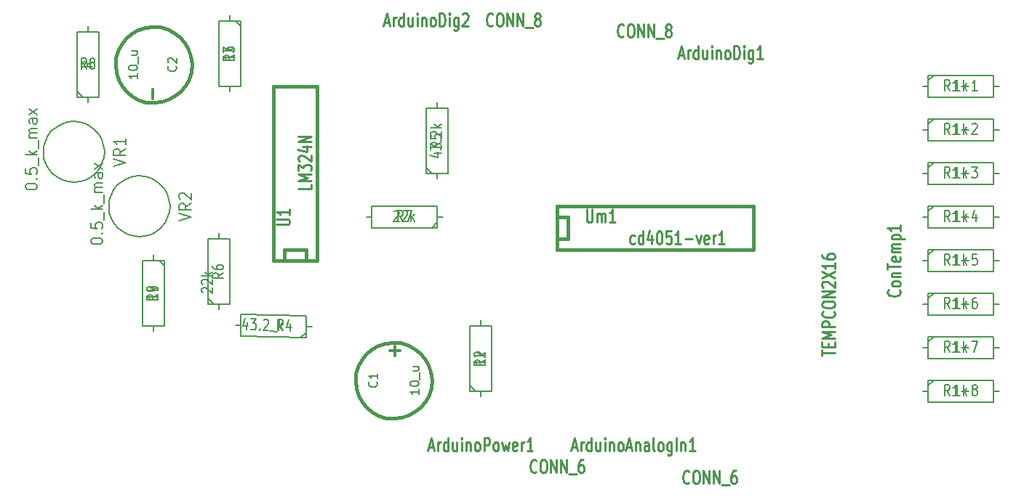
<source format=gto>
G04 (created by PCBNEW-RS274X (2012-apr-16-27)-stable) date tor 22 apr 2014 20:35:00 CEST*
G01*
G70*
G90*
%MOIN*%
G04 Gerber Fmt 3.4, Leading zero omitted, Abs format*
%FSLAX34Y34*%
G04 APERTURE LIST*
%ADD10C,0.006000*%
%ADD11C,0.008000*%
%ADD12C,0.005000*%
%ADD13C,0.015000*%
%ADD14C,0.011300*%
%ADD15C,0.012000*%
G04 APERTURE END LIST*
G54D10*
G54D11*
X62250Y-49000D02*
X62223Y-49271D01*
X62144Y-49533D01*
X62016Y-49774D01*
X61843Y-49986D01*
X61632Y-50160D01*
X61392Y-50290D01*
X61131Y-50371D01*
X60859Y-50399D01*
X60588Y-50375D01*
X60326Y-50298D01*
X60084Y-50171D01*
X59871Y-50000D01*
X59695Y-49790D01*
X59564Y-49551D01*
X59481Y-49291D01*
X59451Y-49019D01*
X59473Y-48748D01*
X59549Y-48485D01*
X59674Y-48242D01*
X59843Y-48028D01*
X60052Y-47851D01*
X60290Y-47718D01*
X60550Y-47633D01*
X60821Y-47601D01*
X61093Y-47622D01*
X61356Y-47695D01*
X61600Y-47818D01*
X61815Y-47987D01*
X61994Y-48193D01*
X62128Y-48431D01*
X62215Y-48690D01*
X62249Y-48961D01*
X62250Y-49000D01*
X59250Y-46500D02*
X59223Y-46771D01*
X59144Y-47033D01*
X59016Y-47274D01*
X58843Y-47486D01*
X58632Y-47660D01*
X58392Y-47790D01*
X58131Y-47871D01*
X57859Y-47899D01*
X57588Y-47875D01*
X57326Y-47798D01*
X57084Y-47671D01*
X56871Y-47500D01*
X56695Y-47290D01*
X56564Y-47051D01*
X56481Y-46791D01*
X56451Y-46519D01*
X56473Y-46248D01*
X56549Y-45985D01*
X56674Y-45742D01*
X56843Y-45528D01*
X57052Y-45351D01*
X57290Y-45218D01*
X57550Y-45133D01*
X57821Y-45101D01*
X58093Y-45122D01*
X58356Y-45195D01*
X58600Y-45318D01*
X58815Y-45487D01*
X58994Y-45693D01*
X59128Y-45931D01*
X59215Y-46190D01*
X59249Y-46461D01*
X59250Y-46500D01*
G54D12*
X97000Y-55250D02*
X97000Y-56000D01*
X97000Y-56000D02*
X100000Y-56000D01*
X100000Y-56000D02*
X100000Y-55000D01*
X100000Y-55000D02*
X97000Y-55000D01*
X97000Y-55000D02*
X97000Y-55250D01*
X96750Y-55500D02*
X97000Y-55500D01*
X100000Y-55500D02*
X100250Y-55500D01*
X97000Y-55250D02*
X97250Y-55000D01*
X61750Y-51500D02*
X61000Y-51500D01*
X61000Y-51500D02*
X61000Y-54500D01*
X61000Y-54500D02*
X62000Y-54500D01*
X62000Y-54500D02*
X62000Y-51500D01*
X62000Y-51500D02*
X61750Y-51500D01*
X61500Y-51250D02*
X61500Y-51500D01*
X61500Y-54500D02*
X61500Y-54750D01*
X61750Y-51500D02*
X62000Y-51750D01*
X58250Y-44000D02*
X59000Y-44000D01*
X59000Y-44000D02*
X59000Y-41000D01*
X59000Y-41000D02*
X58000Y-41000D01*
X58000Y-41000D02*
X58000Y-44000D01*
X58000Y-44000D02*
X58250Y-44000D01*
X58500Y-44250D02*
X58500Y-44000D01*
X58500Y-41000D02*
X58500Y-40750D01*
X58250Y-44000D02*
X58000Y-43750D01*
X74500Y-49750D02*
X74500Y-49000D01*
X74500Y-49000D02*
X71500Y-49000D01*
X71500Y-49000D02*
X71500Y-50000D01*
X71500Y-50000D02*
X74500Y-50000D01*
X74500Y-50000D02*
X74500Y-49750D01*
X74750Y-49500D02*
X74500Y-49500D01*
X71500Y-49500D02*
X71250Y-49500D01*
X74500Y-49750D02*
X74250Y-50000D01*
X64250Y-53500D02*
X65000Y-53500D01*
X65000Y-53500D02*
X65000Y-50500D01*
X65000Y-50500D02*
X64000Y-50500D01*
X64000Y-50500D02*
X64000Y-53500D01*
X64000Y-53500D02*
X64250Y-53500D01*
X64500Y-53750D02*
X64500Y-53500D01*
X64500Y-50500D02*
X64500Y-50250D01*
X64250Y-53500D02*
X64000Y-53250D01*
X74250Y-47500D02*
X75000Y-47500D01*
X75000Y-47500D02*
X75000Y-44500D01*
X75000Y-44500D02*
X74000Y-44500D01*
X74000Y-44500D02*
X74000Y-47500D01*
X74000Y-47500D02*
X74250Y-47500D01*
X74500Y-47750D02*
X74500Y-47500D01*
X74500Y-44500D02*
X74500Y-44250D01*
X74250Y-47500D02*
X74000Y-47250D01*
X68493Y-54789D02*
X68513Y-54039D01*
X68513Y-54039D02*
X65514Y-53961D01*
X65514Y-53961D02*
X65487Y-54961D01*
X65487Y-54961D02*
X68486Y-55039D01*
X68486Y-55039D02*
X68493Y-54789D01*
X68749Y-54546D02*
X68499Y-54539D01*
X65501Y-54461D02*
X65251Y-54454D01*
X68493Y-54789D02*
X68236Y-55033D01*
X65250Y-40500D02*
X64500Y-40500D01*
X64500Y-40500D02*
X64500Y-43500D01*
X64500Y-43500D02*
X65500Y-43500D01*
X65500Y-43500D02*
X65500Y-40500D01*
X65500Y-40500D02*
X65250Y-40500D01*
X65000Y-40250D02*
X65000Y-40500D01*
X65000Y-43500D02*
X65000Y-43750D01*
X65250Y-40500D02*
X65500Y-40750D01*
X76250Y-57500D02*
X77000Y-57500D01*
X77000Y-57500D02*
X77000Y-54500D01*
X77000Y-54500D02*
X76000Y-54500D01*
X76000Y-54500D02*
X76000Y-57500D01*
X76000Y-57500D02*
X76250Y-57500D01*
X76500Y-57750D02*
X76500Y-57500D01*
X76500Y-54500D02*
X76500Y-54250D01*
X76250Y-57500D02*
X76000Y-57250D01*
X97000Y-57250D02*
X97000Y-58000D01*
X97000Y-58000D02*
X100000Y-58000D01*
X100000Y-58000D02*
X100000Y-57000D01*
X100000Y-57000D02*
X97000Y-57000D01*
X97000Y-57000D02*
X97000Y-57250D01*
X96750Y-57500D02*
X97000Y-57500D01*
X100000Y-57500D02*
X100250Y-57500D01*
X97000Y-57250D02*
X97250Y-57000D01*
X97000Y-53250D02*
X97000Y-54000D01*
X97000Y-54000D02*
X100000Y-54000D01*
X100000Y-54000D02*
X100000Y-53000D01*
X100000Y-53000D02*
X97000Y-53000D01*
X97000Y-53000D02*
X97000Y-53250D01*
X96750Y-53500D02*
X97000Y-53500D01*
X100000Y-53500D02*
X100250Y-53500D01*
X97000Y-53250D02*
X97250Y-53000D01*
X97000Y-51250D02*
X97000Y-52000D01*
X97000Y-52000D02*
X100000Y-52000D01*
X100000Y-52000D02*
X100000Y-51000D01*
X100000Y-51000D02*
X97000Y-51000D01*
X97000Y-51000D02*
X97000Y-51250D01*
X96750Y-51500D02*
X97000Y-51500D01*
X100000Y-51500D02*
X100250Y-51500D01*
X97000Y-51250D02*
X97250Y-51000D01*
X97000Y-49250D02*
X97000Y-50000D01*
X97000Y-50000D02*
X100000Y-50000D01*
X100000Y-50000D02*
X100000Y-49000D01*
X100000Y-49000D02*
X97000Y-49000D01*
X97000Y-49000D02*
X97000Y-49250D01*
X96750Y-49500D02*
X97000Y-49500D01*
X100000Y-49500D02*
X100250Y-49500D01*
X97000Y-49250D02*
X97250Y-49000D01*
X97000Y-47250D02*
X97000Y-48000D01*
X97000Y-48000D02*
X100000Y-48000D01*
X100000Y-48000D02*
X100000Y-47000D01*
X100000Y-47000D02*
X97000Y-47000D01*
X97000Y-47000D02*
X97000Y-47250D01*
X96750Y-47500D02*
X97000Y-47500D01*
X100000Y-47500D02*
X100250Y-47500D01*
X97000Y-47250D02*
X97250Y-47000D01*
X97000Y-45250D02*
X97000Y-46000D01*
X97000Y-46000D02*
X100000Y-46000D01*
X100000Y-46000D02*
X100000Y-45000D01*
X100000Y-45000D02*
X97000Y-45000D01*
X97000Y-45000D02*
X97000Y-45250D01*
X96750Y-45500D02*
X97000Y-45500D01*
X100000Y-45500D02*
X100250Y-45500D01*
X97000Y-45250D02*
X97250Y-45000D01*
X97000Y-43250D02*
X97000Y-44000D01*
X97000Y-44000D02*
X100000Y-44000D01*
X100000Y-44000D02*
X100000Y-43000D01*
X100000Y-43000D02*
X97000Y-43000D01*
X97000Y-43000D02*
X97000Y-43250D01*
X96750Y-43500D02*
X97000Y-43500D01*
X100000Y-43500D02*
X100250Y-43500D01*
X97000Y-43250D02*
X97250Y-43000D01*
G54D13*
X80000Y-49500D02*
X80000Y-49500D01*
X80000Y-49500D02*
X80500Y-49500D01*
X80500Y-49500D02*
X80500Y-50500D01*
X80500Y-50500D02*
X80000Y-50500D01*
X80000Y-49000D02*
X89000Y-49000D01*
X89000Y-49000D02*
X89000Y-51000D01*
X89000Y-51000D02*
X80000Y-51000D01*
X80000Y-51000D02*
X80000Y-49000D01*
X67000Y-51500D02*
X67000Y-43500D01*
X69000Y-43500D02*
X69000Y-51500D01*
X69000Y-51500D02*
X67000Y-51500D01*
X67500Y-51500D02*
X67500Y-51000D01*
X67500Y-51000D02*
X68500Y-51000D01*
X68500Y-51000D02*
X68500Y-51500D01*
X67000Y-43500D02*
X69000Y-43500D01*
X63250Y-42500D02*
X63216Y-42839D01*
X63117Y-43166D01*
X62957Y-43468D01*
X62741Y-43733D01*
X62478Y-43950D01*
X62178Y-44113D01*
X61851Y-44214D01*
X61512Y-44249D01*
X61173Y-44219D01*
X60845Y-44122D01*
X60542Y-43964D01*
X60276Y-43750D01*
X60057Y-43488D01*
X59892Y-43189D01*
X59789Y-42863D01*
X59751Y-42524D01*
X59779Y-42185D01*
X59873Y-41856D01*
X60030Y-41553D01*
X60242Y-41285D01*
X60502Y-41063D01*
X60800Y-40897D01*
X61125Y-40791D01*
X61464Y-40751D01*
X61803Y-40777D01*
X62132Y-40869D01*
X62437Y-41023D01*
X62706Y-41233D01*
X62930Y-41492D01*
X63098Y-41789D01*
X63206Y-42113D01*
X63249Y-42452D01*
X63250Y-42500D01*
X74250Y-57000D02*
X74216Y-57339D01*
X74117Y-57666D01*
X73957Y-57968D01*
X73741Y-58233D01*
X73478Y-58450D01*
X73178Y-58613D01*
X72851Y-58714D01*
X72512Y-58749D01*
X72173Y-58719D01*
X71845Y-58622D01*
X71542Y-58464D01*
X71276Y-58250D01*
X71057Y-57988D01*
X70892Y-57689D01*
X70789Y-57363D01*
X70751Y-57024D01*
X70779Y-56685D01*
X70873Y-56356D01*
X71030Y-56053D01*
X71242Y-55785D01*
X71502Y-55563D01*
X71800Y-55397D01*
X72125Y-55291D01*
X72464Y-55251D01*
X72803Y-55277D01*
X73132Y-55369D01*
X73437Y-55523D01*
X73706Y-55733D01*
X73930Y-55992D01*
X74098Y-56289D01*
X74206Y-56613D01*
X74249Y-56952D01*
X74250Y-57000D01*
G54D11*
X62673Y-49654D02*
X63223Y-49488D01*
X62673Y-49321D01*
X63223Y-48868D02*
X62961Y-49035D01*
X63223Y-49154D02*
X62673Y-49154D01*
X62673Y-48963D01*
X62699Y-48916D01*
X62725Y-48892D01*
X62777Y-48868D01*
X62856Y-48868D01*
X62908Y-48892D01*
X62935Y-48916D01*
X62961Y-48963D01*
X62961Y-49154D01*
X62725Y-48678D02*
X62699Y-48654D01*
X62673Y-48606D01*
X62673Y-48487D01*
X62699Y-48440D01*
X62725Y-48416D01*
X62777Y-48392D01*
X62830Y-48392D01*
X62908Y-48416D01*
X63223Y-48702D01*
X63223Y-48392D01*
X58623Y-50626D02*
X58623Y-50578D01*
X58649Y-50530D01*
X58675Y-50507D01*
X58727Y-50483D01*
X58832Y-50459D01*
X58963Y-50459D01*
X59068Y-50483D01*
X59120Y-50507D01*
X59146Y-50530D01*
X59173Y-50578D01*
X59173Y-50626D01*
X59146Y-50673D01*
X59120Y-50697D01*
X59068Y-50721D01*
X58963Y-50745D01*
X58832Y-50745D01*
X58727Y-50721D01*
X58675Y-50697D01*
X58649Y-50673D01*
X58623Y-50626D01*
X59120Y-50245D02*
X59146Y-50221D01*
X59173Y-50245D01*
X59146Y-50269D01*
X59120Y-50245D01*
X59173Y-50245D01*
X58623Y-49769D02*
X58623Y-50007D01*
X58885Y-50031D01*
X58858Y-50007D01*
X58832Y-49959D01*
X58832Y-49840D01*
X58858Y-49793D01*
X58885Y-49769D01*
X58937Y-49745D01*
X59068Y-49745D01*
X59120Y-49769D01*
X59146Y-49793D01*
X59173Y-49840D01*
X59173Y-49959D01*
X59146Y-50007D01*
X59120Y-50031D01*
X59225Y-49650D02*
X59225Y-49269D01*
X59173Y-49150D02*
X58623Y-49150D01*
X58963Y-49102D02*
X59173Y-48959D01*
X58806Y-48959D02*
X59015Y-49150D01*
X59225Y-48864D02*
X59225Y-48483D01*
X59173Y-48364D02*
X58806Y-48364D01*
X58858Y-48364D02*
X58832Y-48340D01*
X58806Y-48293D01*
X58806Y-48221D01*
X58832Y-48173D01*
X58885Y-48150D01*
X59173Y-48150D01*
X58885Y-48150D02*
X58832Y-48126D01*
X58806Y-48078D01*
X58806Y-48007D01*
X58832Y-47959D01*
X58885Y-47935D01*
X59173Y-47935D01*
X59173Y-47483D02*
X58885Y-47483D01*
X58832Y-47506D01*
X58806Y-47554D01*
X58806Y-47649D01*
X58832Y-47697D01*
X59146Y-47483D02*
X59173Y-47530D01*
X59173Y-47649D01*
X59146Y-47697D01*
X59094Y-47721D01*
X59042Y-47721D01*
X58989Y-47697D01*
X58963Y-47649D01*
X58963Y-47530D01*
X58937Y-47483D01*
X59173Y-47293D02*
X58806Y-47031D01*
X58806Y-47293D02*
X59173Y-47031D01*
X59673Y-47154D02*
X60223Y-46988D01*
X59673Y-46821D01*
X60223Y-46368D02*
X59961Y-46535D01*
X60223Y-46654D02*
X59673Y-46654D01*
X59673Y-46463D01*
X59699Y-46416D01*
X59725Y-46392D01*
X59777Y-46368D01*
X59856Y-46368D01*
X59908Y-46392D01*
X59935Y-46416D01*
X59961Y-46463D01*
X59961Y-46654D01*
X60223Y-45892D02*
X60223Y-46178D01*
X60223Y-46035D02*
X59673Y-46035D01*
X59751Y-46083D01*
X59804Y-46130D01*
X59830Y-46178D01*
X55623Y-48126D02*
X55623Y-48078D01*
X55649Y-48030D01*
X55675Y-48007D01*
X55727Y-47983D01*
X55832Y-47959D01*
X55963Y-47959D01*
X56068Y-47983D01*
X56120Y-48007D01*
X56146Y-48030D01*
X56173Y-48078D01*
X56173Y-48126D01*
X56146Y-48173D01*
X56120Y-48197D01*
X56068Y-48221D01*
X55963Y-48245D01*
X55832Y-48245D01*
X55727Y-48221D01*
X55675Y-48197D01*
X55649Y-48173D01*
X55623Y-48126D01*
X56120Y-47745D02*
X56146Y-47721D01*
X56173Y-47745D01*
X56146Y-47769D01*
X56120Y-47745D01*
X56173Y-47745D01*
X55623Y-47269D02*
X55623Y-47507D01*
X55885Y-47531D01*
X55858Y-47507D01*
X55832Y-47459D01*
X55832Y-47340D01*
X55858Y-47293D01*
X55885Y-47269D01*
X55937Y-47245D01*
X56068Y-47245D01*
X56120Y-47269D01*
X56146Y-47293D01*
X56173Y-47340D01*
X56173Y-47459D01*
X56146Y-47507D01*
X56120Y-47531D01*
X56225Y-47150D02*
X56225Y-46769D01*
X56173Y-46650D02*
X55623Y-46650D01*
X55963Y-46602D02*
X56173Y-46459D01*
X55806Y-46459D02*
X56015Y-46650D01*
X56225Y-46364D02*
X56225Y-45983D01*
X56173Y-45864D02*
X55806Y-45864D01*
X55858Y-45864D02*
X55832Y-45840D01*
X55806Y-45793D01*
X55806Y-45721D01*
X55832Y-45673D01*
X55885Y-45650D01*
X56173Y-45650D01*
X55885Y-45650D02*
X55832Y-45626D01*
X55806Y-45578D01*
X55806Y-45507D01*
X55832Y-45459D01*
X55885Y-45435D01*
X56173Y-45435D01*
X56173Y-44983D02*
X55885Y-44983D01*
X55832Y-45006D01*
X55806Y-45054D01*
X55806Y-45149D01*
X55832Y-45197D01*
X56146Y-44983D02*
X56173Y-45030D01*
X56173Y-45149D01*
X56146Y-45197D01*
X56094Y-45221D01*
X56042Y-45221D01*
X55989Y-45197D01*
X55963Y-45149D01*
X55963Y-45030D01*
X55937Y-44983D01*
X56173Y-44793D02*
X55806Y-44531D01*
X55806Y-44793D02*
X56173Y-44531D01*
G54D10*
X97996Y-55702D02*
X97862Y-55464D01*
X97767Y-55702D02*
X97767Y-55202D01*
X97920Y-55202D01*
X97958Y-55226D01*
X97977Y-55250D01*
X97996Y-55298D01*
X97996Y-55369D01*
X97977Y-55417D01*
X97958Y-55440D01*
X97920Y-55464D01*
X97767Y-55464D01*
X98377Y-55702D02*
X98148Y-55702D01*
X98262Y-55702D02*
X98262Y-55202D01*
X98224Y-55274D01*
X98186Y-55321D01*
X98148Y-55345D01*
X98548Y-55512D02*
X98853Y-55512D01*
X99005Y-55202D02*
X99272Y-55202D01*
X99100Y-55702D01*
X98453Y-55702D02*
X98224Y-55702D01*
X98338Y-55702D02*
X98338Y-55202D01*
X98300Y-55274D01*
X98262Y-55321D01*
X98224Y-55345D01*
X98624Y-55702D02*
X98624Y-55202D01*
X98662Y-55512D02*
X98777Y-55702D01*
X98777Y-55369D02*
X98624Y-55560D01*
X61702Y-53066D02*
X61464Y-53200D01*
X61702Y-53295D02*
X61202Y-53295D01*
X61202Y-53142D01*
X61226Y-53104D01*
X61250Y-53085D01*
X61298Y-53066D01*
X61369Y-53066D01*
X61417Y-53085D01*
X61440Y-53104D01*
X61464Y-53142D01*
X61464Y-53295D01*
X61702Y-52876D02*
X61702Y-52800D01*
X61679Y-52761D01*
X61655Y-52742D01*
X61583Y-52704D01*
X61488Y-52685D01*
X61298Y-52685D01*
X61250Y-52704D01*
X61226Y-52723D01*
X61202Y-52761D01*
X61202Y-52838D01*
X61226Y-52876D01*
X61250Y-52895D01*
X61298Y-52914D01*
X61417Y-52914D01*
X61464Y-52895D01*
X61488Y-52876D01*
X61512Y-52838D01*
X61512Y-52761D01*
X61488Y-52723D01*
X61464Y-52704D01*
X61417Y-52685D01*
X61702Y-53047D02*
X61702Y-53276D01*
X61702Y-53162D02*
X61202Y-53162D01*
X61274Y-53200D01*
X61321Y-53238D01*
X61345Y-53276D01*
X61702Y-52876D02*
X61202Y-52876D01*
X61512Y-52838D02*
X61702Y-52723D01*
X61369Y-52723D02*
X61560Y-52876D01*
X58434Y-42702D02*
X58300Y-42464D01*
X58205Y-42702D02*
X58205Y-42202D01*
X58358Y-42202D01*
X58396Y-42226D01*
X58415Y-42250D01*
X58434Y-42298D01*
X58434Y-42369D01*
X58415Y-42417D01*
X58396Y-42440D01*
X58358Y-42464D01*
X58205Y-42464D01*
X58662Y-42417D02*
X58624Y-42393D01*
X58605Y-42369D01*
X58586Y-42321D01*
X58586Y-42298D01*
X58605Y-42250D01*
X58624Y-42226D01*
X58662Y-42202D01*
X58739Y-42202D01*
X58777Y-42226D01*
X58796Y-42250D01*
X58815Y-42298D01*
X58815Y-42321D01*
X58796Y-42369D01*
X58777Y-42393D01*
X58739Y-42417D01*
X58662Y-42417D01*
X58624Y-42440D01*
X58605Y-42464D01*
X58586Y-42512D01*
X58586Y-42607D01*
X58605Y-42655D01*
X58624Y-42679D01*
X58662Y-42702D01*
X58739Y-42702D01*
X58777Y-42679D01*
X58796Y-42655D01*
X58815Y-42607D01*
X58815Y-42512D01*
X58796Y-42464D01*
X58777Y-42440D01*
X58739Y-42417D01*
X58702Y-42376D02*
X58464Y-42510D01*
X58702Y-42605D02*
X58202Y-42605D01*
X58202Y-42452D01*
X58226Y-42414D01*
X58250Y-42395D01*
X58298Y-42376D01*
X58369Y-42376D01*
X58417Y-42395D01*
X58440Y-42414D01*
X58464Y-42452D01*
X58464Y-42605D01*
X72934Y-49702D02*
X72800Y-49464D01*
X72705Y-49702D02*
X72705Y-49202D01*
X72858Y-49202D01*
X72896Y-49226D01*
X72915Y-49250D01*
X72934Y-49298D01*
X72934Y-49369D01*
X72915Y-49417D01*
X72896Y-49440D01*
X72858Y-49464D01*
X72705Y-49464D01*
X73067Y-49202D02*
X73334Y-49202D01*
X73162Y-49702D01*
X72533Y-49250D02*
X72552Y-49226D01*
X72590Y-49202D01*
X72686Y-49202D01*
X72724Y-49226D01*
X72743Y-49250D01*
X72762Y-49298D01*
X72762Y-49345D01*
X72743Y-49417D01*
X72514Y-49702D01*
X72762Y-49702D01*
X72914Y-49250D02*
X72933Y-49226D01*
X72971Y-49202D01*
X73067Y-49202D01*
X73105Y-49226D01*
X73124Y-49250D01*
X73143Y-49298D01*
X73143Y-49345D01*
X73124Y-49417D01*
X72895Y-49702D01*
X73143Y-49702D01*
X73314Y-49702D02*
X73314Y-49202D01*
X73352Y-49512D02*
X73467Y-49702D01*
X73467Y-49369D02*
X73314Y-49560D01*
X64702Y-52066D02*
X64464Y-52200D01*
X64702Y-52295D02*
X64202Y-52295D01*
X64202Y-52142D01*
X64226Y-52104D01*
X64250Y-52085D01*
X64298Y-52066D01*
X64369Y-52066D01*
X64417Y-52085D01*
X64440Y-52104D01*
X64464Y-52142D01*
X64464Y-52295D01*
X64202Y-51723D02*
X64202Y-51800D01*
X64226Y-51838D01*
X64250Y-51857D01*
X64321Y-51895D01*
X64417Y-51914D01*
X64607Y-51914D01*
X64655Y-51895D01*
X64679Y-51876D01*
X64702Y-51838D01*
X64702Y-51761D01*
X64679Y-51723D01*
X64655Y-51704D01*
X64607Y-51685D01*
X64488Y-51685D01*
X64440Y-51704D01*
X64417Y-51723D01*
X64393Y-51761D01*
X64393Y-51838D01*
X64417Y-51876D01*
X64440Y-51895D01*
X64488Y-51914D01*
X63750Y-52967D02*
X63726Y-52948D01*
X63702Y-52910D01*
X63702Y-52814D01*
X63726Y-52776D01*
X63750Y-52757D01*
X63798Y-52738D01*
X63845Y-52738D01*
X63917Y-52757D01*
X64202Y-52986D01*
X64202Y-52738D01*
X63750Y-52586D02*
X63726Y-52567D01*
X63702Y-52529D01*
X63702Y-52433D01*
X63726Y-52395D01*
X63750Y-52376D01*
X63798Y-52357D01*
X63845Y-52357D01*
X63917Y-52376D01*
X64202Y-52605D01*
X64202Y-52357D01*
X64202Y-52186D02*
X63702Y-52186D01*
X64012Y-52148D02*
X64202Y-52033D01*
X63869Y-52033D02*
X64060Y-52186D01*
X74702Y-46066D02*
X74464Y-46200D01*
X74702Y-46295D02*
X74202Y-46295D01*
X74202Y-46142D01*
X74226Y-46104D01*
X74250Y-46085D01*
X74298Y-46066D01*
X74369Y-46066D01*
X74417Y-46085D01*
X74440Y-46104D01*
X74464Y-46142D01*
X74464Y-46295D01*
X74202Y-45704D02*
X74202Y-45895D01*
X74440Y-45914D01*
X74417Y-45895D01*
X74393Y-45857D01*
X74393Y-45761D01*
X74417Y-45723D01*
X74440Y-45704D01*
X74488Y-45685D01*
X74607Y-45685D01*
X74655Y-45704D01*
X74679Y-45723D01*
X74702Y-45761D01*
X74702Y-45857D01*
X74679Y-45895D01*
X74655Y-45914D01*
X74369Y-46561D02*
X74702Y-46561D01*
X74179Y-46657D02*
X74536Y-46752D01*
X74536Y-46504D01*
X74202Y-46390D02*
X74202Y-46142D01*
X74393Y-46276D01*
X74393Y-46218D01*
X74417Y-46180D01*
X74440Y-46161D01*
X74488Y-46142D01*
X74607Y-46142D01*
X74655Y-46161D01*
X74679Y-46180D01*
X74702Y-46218D01*
X74702Y-46333D01*
X74679Y-46371D01*
X74655Y-46390D01*
X74655Y-45971D02*
X74679Y-45952D01*
X74702Y-45971D01*
X74679Y-45990D01*
X74655Y-45971D01*
X74702Y-45971D01*
X74250Y-45800D02*
X74226Y-45781D01*
X74202Y-45743D01*
X74202Y-45647D01*
X74226Y-45609D01*
X74250Y-45590D01*
X74298Y-45571D01*
X74345Y-45571D01*
X74417Y-45590D01*
X74702Y-45819D01*
X74702Y-45571D01*
X74702Y-45400D02*
X74202Y-45400D01*
X74512Y-45362D02*
X74702Y-45247D01*
X74369Y-45247D02*
X74560Y-45400D01*
X67429Y-54713D02*
X67301Y-54472D01*
X67200Y-54707D02*
X67213Y-54207D01*
X67366Y-54211D01*
X67403Y-54236D01*
X67422Y-54261D01*
X67439Y-54309D01*
X67437Y-54380D01*
X67417Y-54428D01*
X67398Y-54450D01*
X67359Y-54473D01*
X67206Y-54469D01*
X67780Y-54389D02*
X67772Y-54722D01*
X67689Y-54197D02*
X67585Y-54551D01*
X67833Y-54558D01*
X65790Y-54337D02*
X65781Y-54670D01*
X65699Y-54145D02*
X65594Y-54499D01*
X65842Y-54506D01*
X65965Y-54175D02*
X66213Y-54181D01*
X66074Y-54369D01*
X66132Y-54370D01*
X66169Y-54395D01*
X66188Y-54419D01*
X66205Y-54467D01*
X66202Y-54586D01*
X66182Y-54634D01*
X66162Y-54657D01*
X66124Y-54679D01*
X66009Y-54676D01*
X65971Y-54652D01*
X65953Y-54628D01*
X66372Y-54639D02*
X66390Y-54663D01*
X66371Y-54686D01*
X66352Y-54662D01*
X66372Y-54639D01*
X66371Y-54686D01*
X66554Y-54238D02*
X66573Y-54215D01*
X66612Y-54192D01*
X66708Y-54194D01*
X66745Y-54219D01*
X66763Y-54244D01*
X66781Y-54292D01*
X66780Y-54339D01*
X66759Y-54411D01*
X66523Y-54690D01*
X66771Y-54696D01*
X66845Y-54746D02*
X67150Y-54754D01*
X67246Y-54709D02*
X67260Y-54209D01*
X67289Y-54520D02*
X67399Y-54713D01*
X67408Y-54380D02*
X67250Y-54567D01*
X65202Y-42066D02*
X64964Y-42200D01*
X65202Y-42295D02*
X64702Y-42295D01*
X64702Y-42142D01*
X64726Y-42104D01*
X64750Y-42085D01*
X64798Y-42066D01*
X64869Y-42066D01*
X64917Y-42085D01*
X64940Y-42104D01*
X64964Y-42142D01*
X64964Y-42295D01*
X64702Y-41933D02*
X64702Y-41685D01*
X64893Y-41819D01*
X64893Y-41761D01*
X64917Y-41723D01*
X64940Y-41704D01*
X64988Y-41685D01*
X65107Y-41685D01*
X65155Y-41704D01*
X65179Y-41723D01*
X65202Y-41761D01*
X65202Y-41876D01*
X65179Y-41914D01*
X65155Y-41933D01*
X65202Y-42047D02*
X65202Y-42276D01*
X65202Y-42162D02*
X64702Y-42162D01*
X64774Y-42200D01*
X64821Y-42238D01*
X64845Y-42276D01*
X65202Y-41876D02*
X64702Y-41876D01*
X65012Y-41838D02*
X65202Y-41723D01*
X64869Y-41723D02*
X65060Y-41876D01*
X76702Y-56066D02*
X76464Y-56200D01*
X76702Y-56295D02*
X76202Y-56295D01*
X76202Y-56142D01*
X76226Y-56104D01*
X76250Y-56085D01*
X76298Y-56066D01*
X76369Y-56066D01*
X76417Y-56085D01*
X76440Y-56104D01*
X76464Y-56142D01*
X76464Y-56295D01*
X76250Y-55914D02*
X76226Y-55895D01*
X76202Y-55857D01*
X76202Y-55761D01*
X76226Y-55723D01*
X76250Y-55704D01*
X76298Y-55685D01*
X76345Y-55685D01*
X76417Y-55704D01*
X76702Y-55933D01*
X76702Y-55685D01*
X76702Y-56047D02*
X76702Y-56276D01*
X76702Y-56162D02*
X76202Y-56162D01*
X76274Y-56200D01*
X76321Y-56238D01*
X76345Y-56276D01*
X76702Y-55876D02*
X76202Y-55876D01*
X76512Y-55838D02*
X76702Y-55723D01*
X76369Y-55723D02*
X76560Y-55876D01*
X97996Y-57702D02*
X97862Y-57464D01*
X97767Y-57702D02*
X97767Y-57202D01*
X97920Y-57202D01*
X97958Y-57226D01*
X97977Y-57250D01*
X97996Y-57298D01*
X97996Y-57369D01*
X97977Y-57417D01*
X97958Y-57440D01*
X97920Y-57464D01*
X97767Y-57464D01*
X98377Y-57702D02*
X98148Y-57702D01*
X98262Y-57702D02*
X98262Y-57202D01*
X98224Y-57274D01*
X98186Y-57321D01*
X98148Y-57345D01*
X98548Y-57512D02*
X98853Y-57512D01*
X99100Y-57417D02*
X99062Y-57393D01*
X99043Y-57369D01*
X99024Y-57321D01*
X99024Y-57298D01*
X99043Y-57250D01*
X99062Y-57226D01*
X99100Y-57202D01*
X99177Y-57202D01*
X99215Y-57226D01*
X99234Y-57250D01*
X99253Y-57298D01*
X99253Y-57321D01*
X99234Y-57369D01*
X99215Y-57393D01*
X99177Y-57417D01*
X99100Y-57417D01*
X99062Y-57440D01*
X99043Y-57464D01*
X99024Y-57512D01*
X99024Y-57607D01*
X99043Y-57655D01*
X99062Y-57679D01*
X99100Y-57702D01*
X99177Y-57702D01*
X99215Y-57679D01*
X99234Y-57655D01*
X99253Y-57607D01*
X99253Y-57512D01*
X99234Y-57464D01*
X99215Y-57440D01*
X99177Y-57417D01*
X98453Y-57702D02*
X98224Y-57702D01*
X98338Y-57702D02*
X98338Y-57202D01*
X98300Y-57274D01*
X98262Y-57321D01*
X98224Y-57345D01*
X98624Y-57702D02*
X98624Y-57202D01*
X98662Y-57512D02*
X98777Y-57702D01*
X98777Y-57369D02*
X98624Y-57560D01*
X97996Y-53702D02*
X97862Y-53464D01*
X97767Y-53702D02*
X97767Y-53202D01*
X97920Y-53202D01*
X97958Y-53226D01*
X97977Y-53250D01*
X97996Y-53298D01*
X97996Y-53369D01*
X97977Y-53417D01*
X97958Y-53440D01*
X97920Y-53464D01*
X97767Y-53464D01*
X98377Y-53702D02*
X98148Y-53702D01*
X98262Y-53702D02*
X98262Y-53202D01*
X98224Y-53274D01*
X98186Y-53321D01*
X98148Y-53345D01*
X98548Y-53512D02*
X98853Y-53512D01*
X99215Y-53202D02*
X99138Y-53202D01*
X99100Y-53226D01*
X99081Y-53250D01*
X99043Y-53321D01*
X99024Y-53417D01*
X99024Y-53607D01*
X99043Y-53655D01*
X99062Y-53679D01*
X99100Y-53702D01*
X99177Y-53702D01*
X99215Y-53679D01*
X99234Y-53655D01*
X99253Y-53607D01*
X99253Y-53488D01*
X99234Y-53440D01*
X99215Y-53417D01*
X99177Y-53393D01*
X99100Y-53393D01*
X99062Y-53417D01*
X99043Y-53440D01*
X99024Y-53488D01*
X98453Y-53702D02*
X98224Y-53702D01*
X98338Y-53702D02*
X98338Y-53202D01*
X98300Y-53274D01*
X98262Y-53321D01*
X98224Y-53345D01*
X98624Y-53702D02*
X98624Y-53202D01*
X98662Y-53512D02*
X98777Y-53702D01*
X98777Y-53369D02*
X98624Y-53560D01*
X97996Y-51702D02*
X97862Y-51464D01*
X97767Y-51702D02*
X97767Y-51202D01*
X97920Y-51202D01*
X97958Y-51226D01*
X97977Y-51250D01*
X97996Y-51298D01*
X97996Y-51369D01*
X97977Y-51417D01*
X97958Y-51440D01*
X97920Y-51464D01*
X97767Y-51464D01*
X98377Y-51702D02*
X98148Y-51702D01*
X98262Y-51702D02*
X98262Y-51202D01*
X98224Y-51274D01*
X98186Y-51321D01*
X98148Y-51345D01*
X98548Y-51512D02*
X98853Y-51512D01*
X99234Y-51202D02*
X99043Y-51202D01*
X99024Y-51440D01*
X99043Y-51417D01*
X99081Y-51393D01*
X99177Y-51393D01*
X99215Y-51417D01*
X99234Y-51440D01*
X99253Y-51488D01*
X99253Y-51607D01*
X99234Y-51655D01*
X99215Y-51679D01*
X99177Y-51702D01*
X99081Y-51702D01*
X99043Y-51679D01*
X99024Y-51655D01*
X98453Y-51702D02*
X98224Y-51702D01*
X98338Y-51702D02*
X98338Y-51202D01*
X98300Y-51274D01*
X98262Y-51321D01*
X98224Y-51345D01*
X98624Y-51702D02*
X98624Y-51202D01*
X98662Y-51512D02*
X98777Y-51702D01*
X98777Y-51369D02*
X98624Y-51560D01*
X97996Y-49702D02*
X97862Y-49464D01*
X97767Y-49702D02*
X97767Y-49202D01*
X97920Y-49202D01*
X97958Y-49226D01*
X97977Y-49250D01*
X97996Y-49298D01*
X97996Y-49369D01*
X97977Y-49417D01*
X97958Y-49440D01*
X97920Y-49464D01*
X97767Y-49464D01*
X98377Y-49702D02*
X98148Y-49702D01*
X98262Y-49702D02*
X98262Y-49202D01*
X98224Y-49274D01*
X98186Y-49321D01*
X98148Y-49345D01*
X98548Y-49512D02*
X98853Y-49512D01*
X99215Y-49369D02*
X99215Y-49702D01*
X99119Y-49179D02*
X99024Y-49536D01*
X99272Y-49536D01*
X98453Y-49702D02*
X98224Y-49702D01*
X98338Y-49702D02*
X98338Y-49202D01*
X98300Y-49274D01*
X98262Y-49321D01*
X98224Y-49345D01*
X98624Y-49702D02*
X98624Y-49202D01*
X98662Y-49512D02*
X98777Y-49702D01*
X98777Y-49369D02*
X98624Y-49560D01*
X97996Y-47702D02*
X97862Y-47464D01*
X97767Y-47702D02*
X97767Y-47202D01*
X97920Y-47202D01*
X97958Y-47226D01*
X97977Y-47250D01*
X97996Y-47298D01*
X97996Y-47369D01*
X97977Y-47417D01*
X97958Y-47440D01*
X97920Y-47464D01*
X97767Y-47464D01*
X98377Y-47702D02*
X98148Y-47702D01*
X98262Y-47702D02*
X98262Y-47202D01*
X98224Y-47274D01*
X98186Y-47321D01*
X98148Y-47345D01*
X98548Y-47512D02*
X98853Y-47512D01*
X99005Y-47202D02*
X99253Y-47202D01*
X99119Y-47393D01*
X99177Y-47393D01*
X99215Y-47417D01*
X99234Y-47440D01*
X99253Y-47488D01*
X99253Y-47607D01*
X99234Y-47655D01*
X99215Y-47679D01*
X99177Y-47702D01*
X99062Y-47702D01*
X99024Y-47679D01*
X99005Y-47655D01*
X98453Y-47702D02*
X98224Y-47702D01*
X98338Y-47702D02*
X98338Y-47202D01*
X98300Y-47274D01*
X98262Y-47321D01*
X98224Y-47345D01*
X98624Y-47702D02*
X98624Y-47202D01*
X98662Y-47512D02*
X98777Y-47702D01*
X98777Y-47369D02*
X98624Y-47560D01*
X97996Y-45702D02*
X97862Y-45464D01*
X97767Y-45702D02*
X97767Y-45202D01*
X97920Y-45202D01*
X97958Y-45226D01*
X97977Y-45250D01*
X97996Y-45298D01*
X97996Y-45369D01*
X97977Y-45417D01*
X97958Y-45440D01*
X97920Y-45464D01*
X97767Y-45464D01*
X98377Y-45702D02*
X98148Y-45702D01*
X98262Y-45702D02*
X98262Y-45202D01*
X98224Y-45274D01*
X98186Y-45321D01*
X98148Y-45345D01*
X98548Y-45512D02*
X98853Y-45512D01*
X99024Y-45250D02*
X99043Y-45226D01*
X99081Y-45202D01*
X99177Y-45202D01*
X99215Y-45226D01*
X99234Y-45250D01*
X99253Y-45298D01*
X99253Y-45345D01*
X99234Y-45417D01*
X99005Y-45702D01*
X99253Y-45702D01*
X98453Y-45702D02*
X98224Y-45702D01*
X98338Y-45702D02*
X98338Y-45202D01*
X98300Y-45274D01*
X98262Y-45321D01*
X98224Y-45345D01*
X98624Y-45702D02*
X98624Y-45202D01*
X98662Y-45512D02*
X98777Y-45702D01*
X98777Y-45369D02*
X98624Y-45560D01*
X97996Y-43702D02*
X97862Y-43464D01*
X97767Y-43702D02*
X97767Y-43202D01*
X97920Y-43202D01*
X97958Y-43226D01*
X97977Y-43250D01*
X97996Y-43298D01*
X97996Y-43369D01*
X97977Y-43417D01*
X97958Y-43440D01*
X97920Y-43464D01*
X97767Y-43464D01*
X98377Y-43702D02*
X98148Y-43702D01*
X98262Y-43702D02*
X98262Y-43202D01*
X98224Y-43274D01*
X98186Y-43321D01*
X98148Y-43345D01*
X98548Y-43512D02*
X98853Y-43512D01*
X99253Y-43702D02*
X99024Y-43702D01*
X99138Y-43702D02*
X99138Y-43202D01*
X99100Y-43274D01*
X99062Y-43321D01*
X99024Y-43345D01*
X98453Y-43702D02*
X98224Y-43702D01*
X98338Y-43702D02*
X98338Y-43202D01*
X98300Y-43274D01*
X98262Y-43321D01*
X98224Y-43345D01*
X98624Y-43702D02*
X98624Y-43202D01*
X98662Y-43512D02*
X98777Y-43702D01*
X98777Y-43369D02*
X98624Y-43560D01*
G54D14*
X81357Y-49143D02*
X81357Y-49629D01*
X81379Y-49686D01*
X81400Y-49714D01*
X81443Y-49743D01*
X81529Y-49743D01*
X81571Y-49714D01*
X81593Y-49686D01*
X81614Y-49629D01*
X81614Y-49143D01*
X81828Y-49743D02*
X81828Y-49343D01*
X81828Y-49400D02*
X81850Y-49371D01*
X81892Y-49343D01*
X81957Y-49343D01*
X82000Y-49371D01*
X82021Y-49429D01*
X82021Y-49743D01*
X82021Y-49429D02*
X82042Y-49371D01*
X82085Y-49343D01*
X82150Y-49343D01*
X82192Y-49371D01*
X82214Y-49429D01*
X82214Y-49743D01*
X82664Y-49743D02*
X82407Y-49743D01*
X82535Y-49743D02*
X82535Y-49143D01*
X82492Y-49229D01*
X82450Y-49286D01*
X82407Y-49314D01*
X83549Y-50714D02*
X83506Y-50743D01*
X83420Y-50743D01*
X83378Y-50714D01*
X83356Y-50686D01*
X83335Y-50629D01*
X83335Y-50457D01*
X83356Y-50400D01*
X83378Y-50371D01*
X83420Y-50343D01*
X83506Y-50343D01*
X83549Y-50371D01*
X83935Y-50743D02*
X83935Y-50143D01*
X83935Y-50714D02*
X83892Y-50743D01*
X83806Y-50743D01*
X83764Y-50714D01*
X83742Y-50686D01*
X83721Y-50629D01*
X83721Y-50457D01*
X83742Y-50400D01*
X83764Y-50371D01*
X83806Y-50343D01*
X83892Y-50343D01*
X83935Y-50371D01*
X84342Y-50343D02*
X84342Y-50743D01*
X84235Y-50114D02*
X84128Y-50543D01*
X84406Y-50543D01*
X84664Y-50143D02*
X84707Y-50143D01*
X84750Y-50171D01*
X84771Y-50200D01*
X84792Y-50257D01*
X84814Y-50371D01*
X84814Y-50514D01*
X84792Y-50629D01*
X84771Y-50686D01*
X84750Y-50714D01*
X84707Y-50743D01*
X84664Y-50743D01*
X84621Y-50714D01*
X84600Y-50686D01*
X84578Y-50629D01*
X84557Y-50514D01*
X84557Y-50371D01*
X84578Y-50257D01*
X84600Y-50200D01*
X84621Y-50171D01*
X84664Y-50143D01*
X85221Y-50143D02*
X85007Y-50143D01*
X84986Y-50429D01*
X85007Y-50400D01*
X85050Y-50371D01*
X85157Y-50371D01*
X85200Y-50400D01*
X85221Y-50429D01*
X85243Y-50486D01*
X85243Y-50629D01*
X85221Y-50686D01*
X85200Y-50714D01*
X85157Y-50743D01*
X85050Y-50743D01*
X85007Y-50714D01*
X84986Y-50686D01*
X85672Y-50743D02*
X85415Y-50743D01*
X85543Y-50743D02*
X85543Y-50143D01*
X85500Y-50229D01*
X85458Y-50286D01*
X85415Y-50314D01*
X85865Y-50514D02*
X86208Y-50514D01*
X86379Y-50343D02*
X86486Y-50743D01*
X86594Y-50343D01*
X86937Y-50714D02*
X86894Y-50743D01*
X86808Y-50743D01*
X86765Y-50714D01*
X86744Y-50657D01*
X86744Y-50429D01*
X86765Y-50371D01*
X86808Y-50343D01*
X86894Y-50343D01*
X86937Y-50371D01*
X86958Y-50429D01*
X86958Y-50486D01*
X86744Y-50543D01*
X87151Y-50743D02*
X87151Y-50343D01*
X87151Y-50457D02*
X87173Y-50400D01*
X87194Y-50371D01*
X87237Y-50343D01*
X87280Y-50343D01*
X87666Y-50743D02*
X87409Y-50743D01*
X87537Y-50743D02*
X87537Y-50143D01*
X87494Y-50229D01*
X87452Y-50286D01*
X87409Y-50314D01*
X67143Y-49843D02*
X67629Y-49843D01*
X67686Y-49821D01*
X67714Y-49800D01*
X67743Y-49757D01*
X67743Y-49671D01*
X67714Y-49629D01*
X67686Y-49607D01*
X67629Y-49586D01*
X67143Y-49586D01*
X67743Y-49136D02*
X67743Y-49393D01*
X67743Y-49265D02*
X67143Y-49265D01*
X67229Y-49308D01*
X67286Y-49350D01*
X67314Y-49393D01*
X68743Y-47997D02*
X68743Y-48211D01*
X68143Y-48211D01*
X68743Y-47847D02*
X68143Y-47847D01*
X68571Y-47697D01*
X68143Y-47547D01*
X68743Y-47547D01*
X68143Y-47376D02*
X68143Y-47097D01*
X68371Y-47247D01*
X68371Y-47183D01*
X68400Y-47140D01*
X68429Y-47119D01*
X68486Y-47097D01*
X68629Y-47097D01*
X68686Y-47119D01*
X68714Y-47140D01*
X68743Y-47183D01*
X68743Y-47311D01*
X68714Y-47354D01*
X68686Y-47376D01*
X68200Y-46925D02*
X68171Y-46904D01*
X68143Y-46861D01*
X68143Y-46754D01*
X68171Y-46711D01*
X68200Y-46690D01*
X68257Y-46668D01*
X68314Y-46668D01*
X68400Y-46690D01*
X68743Y-46947D01*
X68743Y-46668D01*
X68343Y-46282D02*
X68743Y-46282D01*
X68114Y-46389D02*
X68543Y-46496D01*
X68543Y-46218D01*
X68743Y-46046D02*
X68143Y-46046D01*
X68743Y-45789D01*
X68143Y-45789D01*
G54D11*
X62524Y-42566D02*
X62543Y-42585D01*
X62562Y-42642D01*
X62562Y-42680D01*
X62543Y-42738D01*
X62505Y-42776D01*
X62467Y-42795D01*
X62390Y-42814D01*
X62333Y-42814D01*
X62257Y-42795D01*
X62219Y-42776D01*
X62181Y-42738D01*
X62162Y-42680D01*
X62162Y-42642D01*
X62181Y-42585D01*
X62200Y-42566D01*
X62200Y-42414D02*
X62181Y-42395D01*
X62162Y-42357D01*
X62162Y-42261D01*
X62181Y-42223D01*
X62200Y-42204D01*
X62238Y-42185D01*
X62276Y-42185D01*
X62333Y-42204D01*
X62562Y-42433D01*
X62562Y-42185D01*
X60762Y-42909D02*
X60762Y-43138D01*
X60762Y-43024D02*
X60362Y-43024D01*
X60419Y-43062D01*
X60457Y-43100D01*
X60476Y-43138D01*
X60362Y-42662D02*
X60362Y-42623D01*
X60381Y-42585D01*
X60400Y-42566D01*
X60438Y-42547D01*
X60514Y-42528D01*
X60610Y-42528D01*
X60686Y-42547D01*
X60724Y-42566D01*
X60743Y-42585D01*
X60762Y-42623D01*
X60762Y-42662D01*
X60743Y-42700D01*
X60724Y-42719D01*
X60686Y-42738D01*
X60610Y-42757D01*
X60514Y-42757D01*
X60438Y-42738D01*
X60400Y-42719D01*
X60381Y-42700D01*
X60362Y-42662D01*
X60800Y-42452D02*
X60800Y-42147D01*
X60495Y-41880D02*
X60762Y-41880D01*
X60495Y-42052D02*
X60705Y-42052D01*
X60743Y-42033D01*
X60762Y-41995D01*
X60762Y-41937D01*
X60743Y-41899D01*
X60724Y-41880D01*
G54D15*
X61464Y-44078D02*
X61464Y-43621D01*
G54D11*
X71724Y-57066D02*
X71743Y-57085D01*
X71762Y-57142D01*
X71762Y-57180D01*
X71743Y-57238D01*
X71705Y-57276D01*
X71667Y-57295D01*
X71590Y-57314D01*
X71533Y-57314D01*
X71457Y-57295D01*
X71419Y-57276D01*
X71381Y-57238D01*
X71362Y-57180D01*
X71362Y-57142D01*
X71381Y-57085D01*
X71400Y-57066D01*
X71762Y-56685D02*
X71762Y-56914D01*
X71762Y-56800D02*
X71362Y-56800D01*
X71419Y-56838D01*
X71457Y-56876D01*
X71476Y-56914D01*
X73662Y-57409D02*
X73662Y-57638D01*
X73662Y-57524D02*
X73262Y-57524D01*
X73319Y-57562D01*
X73357Y-57600D01*
X73376Y-57638D01*
X73262Y-57162D02*
X73262Y-57123D01*
X73281Y-57085D01*
X73300Y-57066D01*
X73338Y-57047D01*
X73414Y-57028D01*
X73510Y-57028D01*
X73586Y-57047D01*
X73624Y-57066D01*
X73643Y-57085D01*
X73662Y-57123D01*
X73662Y-57162D01*
X73643Y-57200D01*
X73624Y-57219D01*
X73586Y-57238D01*
X73510Y-57257D01*
X73414Y-57257D01*
X73338Y-57238D01*
X73300Y-57219D01*
X73281Y-57200D01*
X73262Y-57162D01*
X73700Y-56952D02*
X73700Y-56647D01*
X73395Y-56380D02*
X73662Y-56380D01*
X73395Y-56552D02*
X73605Y-56552D01*
X73643Y-56533D01*
X73662Y-56495D01*
X73662Y-56437D01*
X73643Y-56399D01*
X73624Y-56380D01*
G54D15*
X72564Y-55878D02*
X72564Y-55421D01*
X72793Y-55650D02*
X72336Y-55650D01*
G54D14*
X95686Y-52850D02*
X95714Y-52871D01*
X95743Y-52935D01*
X95743Y-52978D01*
X95714Y-53043D01*
X95657Y-53085D01*
X95600Y-53107D01*
X95486Y-53128D01*
X95400Y-53128D01*
X95286Y-53107D01*
X95229Y-53085D01*
X95171Y-53043D01*
X95143Y-52978D01*
X95143Y-52935D01*
X95171Y-52871D01*
X95200Y-52850D01*
X95743Y-52593D02*
X95714Y-52635D01*
X95686Y-52657D01*
X95629Y-52678D01*
X95457Y-52678D01*
X95400Y-52657D01*
X95371Y-52635D01*
X95343Y-52593D01*
X95343Y-52528D01*
X95371Y-52485D01*
X95400Y-52464D01*
X95457Y-52443D01*
X95629Y-52443D01*
X95686Y-52464D01*
X95714Y-52485D01*
X95743Y-52528D01*
X95743Y-52593D01*
X95343Y-52250D02*
X95743Y-52250D01*
X95400Y-52250D02*
X95371Y-52228D01*
X95343Y-52186D01*
X95343Y-52121D01*
X95371Y-52078D01*
X95429Y-52057D01*
X95743Y-52057D01*
X95143Y-51907D02*
X95143Y-51650D01*
X95743Y-51779D02*
X95143Y-51779D01*
X95714Y-51328D02*
X95743Y-51371D01*
X95743Y-51457D01*
X95714Y-51500D01*
X95657Y-51521D01*
X95429Y-51521D01*
X95371Y-51500D01*
X95343Y-51457D01*
X95343Y-51371D01*
X95371Y-51328D01*
X95429Y-51307D01*
X95486Y-51307D01*
X95543Y-51521D01*
X95743Y-51114D02*
X95343Y-51114D01*
X95400Y-51114D02*
X95371Y-51092D01*
X95343Y-51050D01*
X95343Y-50985D01*
X95371Y-50942D01*
X95429Y-50921D01*
X95743Y-50921D01*
X95429Y-50921D02*
X95371Y-50900D01*
X95343Y-50857D01*
X95343Y-50792D01*
X95371Y-50750D01*
X95429Y-50728D01*
X95743Y-50728D01*
X95343Y-50514D02*
X95943Y-50514D01*
X95371Y-50514D02*
X95343Y-50471D01*
X95343Y-50385D01*
X95371Y-50342D01*
X95400Y-50321D01*
X95457Y-50300D01*
X95629Y-50300D01*
X95686Y-50321D01*
X95714Y-50342D01*
X95743Y-50385D01*
X95743Y-50471D01*
X95714Y-50514D01*
X95743Y-49871D02*
X95743Y-50128D01*
X95743Y-50000D02*
X95143Y-50000D01*
X95229Y-50043D01*
X95286Y-50085D01*
X95314Y-50128D01*
X92143Y-55868D02*
X92143Y-55611D01*
X92743Y-55740D02*
X92143Y-55740D01*
X92429Y-55461D02*
X92429Y-55311D01*
X92743Y-55247D02*
X92743Y-55461D01*
X92143Y-55461D01*
X92143Y-55247D01*
X92743Y-55054D02*
X92143Y-55054D01*
X92571Y-54904D01*
X92143Y-54754D01*
X92743Y-54754D01*
X92743Y-54540D02*
X92143Y-54540D01*
X92143Y-54368D01*
X92171Y-54326D01*
X92200Y-54304D01*
X92257Y-54283D01*
X92343Y-54283D01*
X92400Y-54304D01*
X92429Y-54326D01*
X92457Y-54368D01*
X92457Y-54540D01*
X92686Y-53833D02*
X92714Y-53854D01*
X92743Y-53918D01*
X92743Y-53961D01*
X92714Y-54026D01*
X92657Y-54068D01*
X92600Y-54090D01*
X92486Y-54111D01*
X92400Y-54111D01*
X92286Y-54090D01*
X92229Y-54068D01*
X92171Y-54026D01*
X92143Y-53961D01*
X92143Y-53918D01*
X92171Y-53854D01*
X92200Y-53833D01*
X92143Y-53554D02*
X92143Y-53468D01*
X92171Y-53426D01*
X92229Y-53383D01*
X92343Y-53361D01*
X92543Y-53361D01*
X92657Y-53383D01*
X92714Y-53426D01*
X92743Y-53468D01*
X92743Y-53554D01*
X92714Y-53597D01*
X92657Y-53640D01*
X92543Y-53661D01*
X92343Y-53661D01*
X92229Y-53640D01*
X92171Y-53597D01*
X92143Y-53554D01*
X92743Y-53169D02*
X92143Y-53169D01*
X92743Y-52912D01*
X92143Y-52912D01*
X92200Y-52719D02*
X92171Y-52698D01*
X92143Y-52655D01*
X92143Y-52548D01*
X92171Y-52505D01*
X92200Y-52484D01*
X92257Y-52462D01*
X92314Y-52462D01*
X92400Y-52484D01*
X92743Y-52741D01*
X92743Y-52462D01*
X92143Y-52312D02*
X92743Y-52012D01*
X92143Y-52012D02*
X92743Y-52312D01*
X92743Y-51604D02*
X92743Y-51861D01*
X92743Y-51733D02*
X92143Y-51733D01*
X92229Y-51776D01*
X92286Y-51818D01*
X92314Y-51861D01*
X92143Y-51218D02*
X92143Y-51304D01*
X92171Y-51347D01*
X92200Y-51368D01*
X92286Y-51411D01*
X92400Y-51432D01*
X92629Y-51432D01*
X92686Y-51411D01*
X92714Y-51389D01*
X92743Y-51347D01*
X92743Y-51261D01*
X92714Y-51218D01*
X92686Y-51197D01*
X92629Y-51175D01*
X92486Y-51175D01*
X92429Y-51197D01*
X92400Y-51218D01*
X92371Y-51261D01*
X92371Y-51347D01*
X92400Y-51389D01*
X92429Y-51411D01*
X92486Y-51432D01*
X85583Y-42071D02*
X85797Y-42071D01*
X85540Y-42243D02*
X85690Y-41643D01*
X85840Y-42243D01*
X85990Y-42243D02*
X85990Y-41843D01*
X85990Y-41957D02*
X86012Y-41900D01*
X86033Y-41871D01*
X86076Y-41843D01*
X86119Y-41843D01*
X86462Y-42243D02*
X86462Y-41643D01*
X86462Y-42214D02*
X86419Y-42243D01*
X86333Y-42243D01*
X86291Y-42214D01*
X86269Y-42186D01*
X86248Y-42129D01*
X86248Y-41957D01*
X86269Y-41900D01*
X86291Y-41871D01*
X86333Y-41843D01*
X86419Y-41843D01*
X86462Y-41871D01*
X86869Y-41843D02*
X86869Y-42243D01*
X86676Y-41843D02*
X86676Y-42157D01*
X86698Y-42214D01*
X86740Y-42243D01*
X86805Y-42243D01*
X86848Y-42214D01*
X86869Y-42186D01*
X87083Y-42243D02*
X87083Y-41843D01*
X87083Y-41643D02*
X87062Y-41671D01*
X87083Y-41700D01*
X87105Y-41671D01*
X87083Y-41643D01*
X87083Y-41700D01*
X87297Y-41843D02*
X87297Y-42243D01*
X87297Y-41900D02*
X87319Y-41871D01*
X87361Y-41843D01*
X87426Y-41843D01*
X87469Y-41871D01*
X87490Y-41929D01*
X87490Y-42243D01*
X87768Y-42243D02*
X87726Y-42214D01*
X87704Y-42186D01*
X87683Y-42129D01*
X87683Y-41957D01*
X87704Y-41900D01*
X87726Y-41871D01*
X87768Y-41843D01*
X87833Y-41843D01*
X87876Y-41871D01*
X87897Y-41900D01*
X87918Y-41957D01*
X87918Y-42129D01*
X87897Y-42186D01*
X87876Y-42214D01*
X87833Y-42243D01*
X87768Y-42243D01*
X88111Y-42243D02*
X88111Y-41643D01*
X88218Y-41643D01*
X88283Y-41671D01*
X88325Y-41729D01*
X88347Y-41786D01*
X88368Y-41900D01*
X88368Y-41986D01*
X88347Y-42100D01*
X88325Y-42157D01*
X88283Y-42214D01*
X88218Y-42243D01*
X88111Y-42243D01*
X88561Y-42243D02*
X88561Y-41843D01*
X88561Y-41643D02*
X88540Y-41671D01*
X88561Y-41700D01*
X88583Y-41671D01*
X88561Y-41643D01*
X88561Y-41700D01*
X88968Y-41843D02*
X88968Y-42329D01*
X88947Y-42386D01*
X88925Y-42414D01*
X88882Y-42443D01*
X88818Y-42443D01*
X88775Y-42414D01*
X88968Y-42214D02*
X88925Y-42243D01*
X88839Y-42243D01*
X88797Y-42214D01*
X88775Y-42186D01*
X88754Y-42129D01*
X88754Y-41957D01*
X88775Y-41900D01*
X88797Y-41871D01*
X88839Y-41843D01*
X88925Y-41843D01*
X88968Y-41871D01*
X89418Y-42243D02*
X89161Y-42243D01*
X89289Y-42243D02*
X89289Y-41643D01*
X89246Y-41729D01*
X89204Y-41786D01*
X89161Y-41814D01*
X83047Y-41186D02*
X83026Y-41214D01*
X82962Y-41243D01*
X82919Y-41243D01*
X82854Y-41214D01*
X82812Y-41157D01*
X82790Y-41100D01*
X82769Y-40986D01*
X82769Y-40900D01*
X82790Y-40786D01*
X82812Y-40729D01*
X82854Y-40671D01*
X82919Y-40643D01*
X82962Y-40643D01*
X83026Y-40671D01*
X83047Y-40700D01*
X83326Y-40643D02*
X83412Y-40643D01*
X83454Y-40671D01*
X83497Y-40729D01*
X83519Y-40843D01*
X83519Y-41043D01*
X83497Y-41157D01*
X83454Y-41214D01*
X83412Y-41243D01*
X83326Y-41243D01*
X83283Y-41214D01*
X83240Y-41157D01*
X83219Y-41043D01*
X83219Y-40843D01*
X83240Y-40729D01*
X83283Y-40671D01*
X83326Y-40643D01*
X83711Y-41243D02*
X83711Y-40643D01*
X83968Y-41243D01*
X83968Y-40643D01*
X84182Y-41243D02*
X84182Y-40643D01*
X84439Y-41243D01*
X84439Y-40643D01*
X84546Y-41300D02*
X84889Y-41300D01*
X85060Y-40900D02*
X85018Y-40871D01*
X84996Y-40843D01*
X84975Y-40786D01*
X84975Y-40757D01*
X84996Y-40700D01*
X85018Y-40671D01*
X85060Y-40643D01*
X85146Y-40643D01*
X85189Y-40671D01*
X85210Y-40700D01*
X85232Y-40757D01*
X85232Y-40786D01*
X85210Y-40843D01*
X85189Y-40871D01*
X85146Y-40900D01*
X85060Y-40900D01*
X85018Y-40929D01*
X84996Y-40957D01*
X84975Y-41014D01*
X84975Y-41129D01*
X84996Y-41186D01*
X85018Y-41214D01*
X85060Y-41243D01*
X85146Y-41243D01*
X85189Y-41214D01*
X85210Y-41186D01*
X85232Y-41129D01*
X85232Y-41014D01*
X85210Y-40957D01*
X85189Y-40929D01*
X85146Y-40900D01*
X72083Y-40571D02*
X72297Y-40571D01*
X72040Y-40743D02*
X72190Y-40143D01*
X72340Y-40743D01*
X72490Y-40743D02*
X72490Y-40343D01*
X72490Y-40457D02*
X72512Y-40400D01*
X72533Y-40371D01*
X72576Y-40343D01*
X72619Y-40343D01*
X72962Y-40743D02*
X72962Y-40143D01*
X72962Y-40714D02*
X72919Y-40743D01*
X72833Y-40743D01*
X72791Y-40714D01*
X72769Y-40686D01*
X72748Y-40629D01*
X72748Y-40457D01*
X72769Y-40400D01*
X72791Y-40371D01*
X72833Y-40343D01*
X72919Y-40343D01*
X72962Y-40371D01*
X73369Y-40343D02*
X73369Y-40743D01*
X73176Y-40343D02*
X73176Y-40657D01*
X73198Y-40714D01*
X73240Y-40743D01*
X73305Y-40743D01*
X73348Y-40714D01*
X73369Y-40686D01*
X73583Y-40743D02*
X73583Y-40343D01*
X73583Y-40143D02*
X73562Y-40171D01*
X73583Y-40200D01*
X73605Y-40171D01*
X73583Y-40143D01*
X73583Y-40200D01*
X73797Y-40343D02*
X73797Y-40743D01*
X73797Y-40400D02*
X73819Y-40371D01*
X73861Y-40343D01*
X73926Y-40343D01*
X73969Y-40371D01*
X73990Y-40429D01*
X73990Y-40743D01*
X74268Y-40743D02*
X74226Y-40714D01*
X74204Y-40686D01*
X74183Y-40629D01*
X74183Y-40457D01*
X74204Y-40400D01*
X74226Y-40371D01*
X74268Y-40343D01*
X74333Y-40343D01*
X74376Y-40371D01*
X74397Y-40400D01*
X74418Y-40457D01*
X74418Y-40629D01*
X74397Y-40686D01*
X74376Y-40714D01*
X74333Y-40743D01*
X74268Y-40743D01*
X74611Y-40743D02*
X74611Y-40143D01*
X74718Y-40143D01*
X74783Y-40171D01*
X74825Y-40229D01*
X74847Y-40286D01*
X74868Y-40400D01*
X74868Y-40486D01*
X74847Y-40600D01*
X74825Y-40657D01*
X74783Y-40714D01*
X74718Y-40743D01*
X74611Y-40743D01*
X75061Y-40743D02*
X75061Y-40343D01*
X75061Y-40143D02*
X75040Y-40171D01*
X75061Y-40200D01*
X75083Y-40171D01*
X75061Y-40143D01*
X75061Y-40200D01*
X75468Y-40343D02*
X75468Y-40829D01*
X75447Y-40886D01*
X75425Y-40914D01*
X75382Y-40943D01*
X75318Y-40943D01*
X75275Y-40914D01*
X75468Y-40714D02*
X75425Y-40743D01*
X75339Y-40743D01*
X75297Y-40714D01*
X75275Y-40686D01*
X75254Y-40629D01*
X75254Y-40457D01*
X75275Y-40400D01*
X75297Y-40371D01*
X75339Y-40343D01*
X75425Y-40343D01*
X75468Y-40371D01*
X75661Y-40200D02*
X75682Y-40171D01*
X75725Y-40143D01*
X75832Y-40143D01*
X75875Y-40171D01*
X75896Y-40200D01*
X75918Y-40257D01*
X75918Y-40314D01*
X75896Y-40400D01*
X75639Y-40743D01*
X75918Y-40743D01*
X77047Y-40686D02*
X77026Y-40714D01*
X76962Y-40743D01*
X76919Y-40743D01*
X76854Y-40714D01*
X76812Y-40657D01*
X76790Y-40600D01*
X76769Y-40486D01*
X76769Y-40400D01*
X76790Y-40286D01*
X76812Y-40229D01*
X76854Y-40171D01*
X76919Y-40143D01*
X76962Y-40143D01*
X77026Y-40171D01*
X77047Y-40200D01*
X77326Y-40143D02*
X77412Y-40143D01*
X77454Y-40171D01*
X77497Y-40229D01*
X77519Y-40343D01*
X77519Y-40543D01*
X77497Y-40657D01*
X77454Y-40714D01*
X77412Y-40743D01*
X77326Y-40743D01*
X77283Y-40714D01*
X77240Y-40657D01*
X77219Y-40543D01*
X77219Y-40343D01*
X77240Y-40229D01*
X77283Y-40171D01*
X77326Y-40143D01*
X77711Y-40743D02*
X77711Y-40143D01*
X77968Y-40743D01*
X77968Y-40143D01*
X78182Y-40743D02*
X78182Y-40143D01*
X78439Y-40743D01*
X78439Y-40143D01*
X78546Y-40800D02*
X78889Y-40800D01*
X79060Y-40400D02*
X79018Y-40371D01*
X78996Y-40343D01*
X78975Y-40286D01*
X78975Y-40257D01*
X78996Y-40200D01*
X79018Y-40171D01*
X79060Y-40143D01*
X79146Y-40143D01*
X79189Y-40171D01*
X79210Y-40200D01*
X79232Y-40257D01*
X79232Y-40286D01*
X79210Y-40343D01*
X79189Y-40371D01*
X79146Y-40400D01*
X79060Y-40400D01*
X79018Y-40429D01*
X78996Y-40457D01*
X78975Y-40514D01*
X78975Y-40629D01*
X78996Y-40686D01*
X79018Y-40714D01*
X79060Y-40743D01*
X79146Y-40743D01*
X79189Y-40714D01*
X79210Y-40686D01*
X79232Y-40629D01*
X79232Y-40514D01*
X79210Y-40457D01*
X79189Y-40429D01*
X79146Y-40400D01*
X80683Y-60071D02*
X80897Y-60071D01*
X80640Y-60243D02*
X80790Y-59643D01*
X80940Y-60243D01*
X81090Y-60243D02*
X81090Y-59843D01*
X81090Y-59957D02*
X81112Y-59900D01*
X81133Y-59871D01*
X81176Y-59843D01*
X81219Y-59843D01*
X81562Y-60243D02*
X81562Y-59643D01*
X81562Y-60214D02*
X81519Y-60243D01*
X81433Y-60243D01*
X81391Y-60214D01*
X81369Y-60186D01*
X81348Y-60129D01*
X81348Y-59957D01*
X81369Y-59900D01*
X81391Y-59871D01*
X81433Y-59843D01*
X81519Y-59843D01*
X81562Y-59871D01*
X81969Y-59843D02*
X81969Y-60243D01*
X81776Y-59843D02*
X81776Y-60157D01*
X81798Y-60214D01*
X81840Y-60243D01*
X81905Y-60243D01*
X81948Y-60214D01*
X81969Y-60186D01*
X82183Y-60243D02*
X82183Y-59843D01*
X82183Y-59643D02*
X82162Y-59671D01*
X82183Y-59700D01*
X82205Y-59671D01*
X82183Y-59643D01*
X82183Y-59700D01*
X82397Y-59843D02*
X82397Y-60243D01*
X82397Y-59900D02*
X82419Y-59871D01*
X82461Y-59843D01*
X82526Y-59843D01*
X82569Y-59871D01*
X82590Y-59929D01*
X82590Y-60243D01*
X82868Y-60243D02*
X82826Y-60214D01*
X82804Y-60186D01*
X82783Y-60129D01*
X82783Y-59957D01*
X82804Y-59900D01*
X82826Y-59871D01*
X82868Y-59843D01*
X82933Y-59843D01*
X82976Y-59871D01*
X82997Y-59900D01*
X83018Y-59957D01*
X83018Y-60129D01*
X82997Y-60186D01*
X82976Y-60214D01*
X82933Y-60243D01*
X82868Y-60243D01*
X83190Y-60071D02*
X83404Y-60071D01*
X83147Y-60243D02*
X83297Y-59643D01*
X83447Y-60243D01*
X83597Y-59843D02*
X83597Y-60243D01*
X83597Y-59900D02*
X83619Y-59871D01*
X83661Y-59843D01*
X83726Y-59843D01*
X83769Y-59871D01*
X83790Y-59929D01*
X83790Y-60243D01*
X84197Y-60243D02*
X84197Y-59929D01*
X84176Y-59871D01*
X84133Y-59843D01*
X84047Y-59843D01*
X84004Y-59871D01*
X84197Y-60214D02*
X84154Y-60243D01*
X84047Y-60243D01*
X84004Y-60214D01*
X83983Y-60157D01*
X83983Y-60100D01*
X84004Y-60043D01*
X84047Y-60014D01*
X84154Y-60014D01*
X84197Y-59986D01*
X84475Y-60243D02*
X84433Y-60214D01*
X84411Y-60157D01*
X84411Y-59643D01*
X84711Y-60243D02*
X84669Y-60214D01*
X84647Y-60186D01*
X84626Y-60129D01*
X84626Y-59957D01*
X84647Y-59900D01*
X84669Y-59871D01*
X84711Y-59843D01*
X84776Y-59843D01*
X84819Y-59871D01*
X84840Y-59900D01*
X84861Y-59957D01*
X84861Y-60129D01*
X84840Y-60186D01*
X84819Y-60214D01*
X84776Y-60243D01*
X84711Y-60243D01*
X85247Y-59843D02*
X85247Y-60329D01*
X85226Y-60386D01*
X85204Y-60414D01*
X85161Y-60443D01*
X85097Y-60443D01*
X85054Y-60414D01*
X85247Y-60214D02*
X85204Y-60243D01*
X85118Y-60243D01*
X85076Y-60214D01*
X85054Y-60186D01*
X85033Y-60129D01*
X85033Y-59957D01*
X85054Y-59900D01*
X85076Y-59871D01*
X85118Y-59843D01*
X85204Y-59843D01*
X85247Y-59871D01*
X85461Y-60243D02*
X85461Y-59643D01*
X85675Y-59843D02*
X85675Y-60243D01*
X85675Y-59900D02*
X85697Y-59871D01*
X85739Y-59843D01*
X85804Y-59843D01*
X85847Y-59871D01*
X85868Y-59929D01*
X85868Y-60243D01*
X86318Y-60243D02*
X86061Y-60243D01*
X86189Y-60243D02*
X86189Y-59643D01*
X86146Y-59729D01*
X86104Y-59786D01*
X86061Y-59814D01*
X86047Y-61686D02*
X86026Y-61714D01*
X85962Y-61743D01*
X85919Y-61743D01*
X85854Y-61714D01*
X85812Y-61657D01*
X85790Y-61600D01*
X85769Y-61486D01*
X85769Y-61400D01*
X85790Y-61286D01*
X85812Y-61229D01*
X85854Y-61171D01*
X85919Y-61143D01*
X85962Y-61143D01*
X86026Y-61171D01*
X86047Y-61200D01*
X86326Y-61143D02*
X86412Y-61143D01*
X86454Y-61171D01*
X86497Y-61229D01*
X86519Y-61343D01*
X86519Y-61543D01*
X86497Y-61657D01*
X86454Y-61714D01*
X86412Y-61743D01*
X86326Y-61743D01*
X86283Y-61714D01*
X86240Y-61657D01*
X86219Y-61543D01*
X86219Y-61343D01*
X86240Y-61229D01*
X86283Y-61171D01*
X86326Y-61143D01*
X86711Y-61743D02*
X86711Y-61143D01*
X86968Y-61743D01*
X86968Y-61143D01*
X87182Y-61743D02*
X87182Y-61143D01*
X87439Y-61743D01*
X87439Y-61143D01*
X87546Y-61800D02*
X87889Y-61800D01*
X88189Y-61143D02*
X88103Y-61143D01*
X88060Y-61171D01*
X88039Y-61200D01*
X87996Y-61286D01*
X87975Y-61400D01*
X87975Y-61629D01*
X87996Y-61686D01*
X88018Y-61714D01*
X88060Y-61743D01*
X88146Y-61743D01*
X88189Y-61714D01*
X88210Y-61686D01*
X88232Y-61629D01*
X88232Y-61486D01*
X88210Y-61429D01*
X88189Y-61400D01*
X88146Y-61371D01*
X88060Y-61371D01*
X88018Y-61400D01*
X87996Y-61429D01*
X87975Y-61486D01*
X74122Y-60071D02*
X74336Y-60071D01*
X74079Y-60243D02*
X74229Y-59643D01*
X74379Y-60243D01*
X74529Y-60243D02*
X74529Y-59843D01*
X74529Y-59957D02*
X74551Y-59900D01*
X74572Y-59871D01*
X74615Y-59843D01*
X74658Y-59843D01*
X75001Y-60243D02*
X75001Y-59643D01*
X75001Y-60214D02*
X74958Y-60243D01*
X74872Y-60243D01*
X74830Y-60214D01*
X74808Y-60186D01*
X74787Y-60129D01*
X74787Y-59957D01*
X74808Y-59900D01*
X74830Y-59871D01*
X74872Y-59843D01*
X74958Y-59843D01*
X75001Y-59871D01*
X75408Y-59843D02*
X75408Y-60243D01*
X75215Y-59843D02*
X75215Y-60157D01*
X75237Y-60214D01*
X75279Y-60243D01*
X75344Y-60243D01*
X75387Y-60214D01*
X75408Y-60186D01*
X75622Y-60243D02*
X75622Y-59843D01*
X75622Y-59643D02*
X75601Y-59671D01*
X75622Y-59700D01*
X75644Y-59671D01*
X75622Y-59643D01*
X75622Y-59700D01*
X75836Y-59843D02*
X75836Y-60243D01*
X75836Y-59900D02*
X75858Y-59871D01*
X75900Y-59843D01*
X75965Y-59843D01*
X76008Y-59871D01*
X76029Y-59929D01*
X76029Y-60243D01*
X76307Y-60243D02*
X76265Y-60214D01*
X76243Y-60186D01*
X76222Y-60129D01*
X76222Y-59957D01*
X76243Y-59900D01*
X76265Y-59871D01*
X76307Y-59843D01*
X76372Y-59843D01*
X76415Y-59871D01*
X76436Y-59900D01*
X76457Y-59957D01*
X76457Y-60129D01*
X76436Y-60186D01*
X76415Y-60214D01*
X76372Y-60243D01*
X76307Y-60243D01*
X76650Y-60243D02*
X76650Y-59643D01*
X76822Y-59643D01*
X76864Y-59671D01*
X76886Y-59700D01*
X76907Y-59757D01*
X76907Y-59843D01*
X76886Y-59900D01*
X76864Y-59929D01*
X76822Y-59957D01*
X76650Y-59957D01*
X77164Y-60243D02*
X77122Y-60214D01*
X77100Y-60186D01*
X77079Y-60129D01*
X77079Y-59957D01*
X77100Y-59900D01*
X77122Y-59871D01*
X77164Y-59843D01*
X77229Y-59843D01*
X77272Y-59871D01*
X77293Y-59900D01*
X77314Y-59957D01*
X77314Y-60129D01*
X77293Y-60186D01*
X77272Y-60214D01*
X77229Y-60243D01*
X77164Y-60243D01*
X77464Y-59843D02*
X77550Y-60243D01*
X77636Y-59957D01*
X77721Y-60243D01*
X77807Y-59843D01*
X78150Y-60214D02*
X78107Y-60243D01*
X78021Y-60243D01*
X77978Y-60214D01*
X77957Y-60157D01*
X77957Y-59929D01*
X77978Y-59871D01*
X78021Y-59843D01*
X78107Y-59843D01*
X78150Y-59871D01*
X78171Y-59929D01*
X78171Y-59986D01*
X77957Y-60043D01*
X78364Y-60243D02*
X78364Y-59843D01*
X78364Y-59957D02*
X78386Y-59900D01*
X78407Y-59871D01*
X78450Y-59843D01*
X78493Y-59843D01*
X78879Y-60243D02*
X78622Y-60243D01*
X78750Y-60243D02*
X78750Y-59643D01*
X78707Y-59729D01*
X78665Y-59786D01*
X78622Y-59814D01*
X79047Y-61186D02*
X79026Y-61214D01*
X78962Y-61243D01*
X78919Y-61243D01*
X78854Y-61214D01*
X78812Y-61157D01*
X78790Y-61100D01*
X78769Y-60986D01*
X78769Y-60900D01*
X78790Y-60786D01*
X78812Y-60729D01*
X78854Y-60671D01*
X78919Y-60643D01*
X78962Y-60643D01*
X79026Y-60671D01*
X79047Y-60700D01*
X79326Y-60643D02*
X79412Y-60643D01*
X79454Y-60671D01*
X79497Y-60729D01*
X79519Y-60843D01*
X79519Y-61043D01*
X79497Y-61157D01*
X79454Y-61214D01*
X79412Y-61243D01*
X79326Y-61243D01*
X79283Y-61214D01*
X79240Y-61157D01*
X79219Y-61043D01*
X79219Y-60843D01*
X79240Y-60729D01*
X79283Y-60671D01*
X79326Y-60643D01*
X79711Y-61243D02*
X79711Y-60643D01*
X79968Y-61243D01*
X79968Y-60643D01*
X80182Y-61243D02*
X80182Y-60643D01*
X80439Y-61243D01*
X80439Y-60643D01*
X80546Y-61300D02*
X80889Y-61300D01*
X81189Y-60643D02*
X81103Y-60643D01*
X81060Y-60671D01*
X81039Y-60700D01*
X80996Y-60786D01*
X80975Y-60900D01*
X80975Y-61129D01*
X80996Y-61186D01*
X81018Y-61214D01*
X81060Y-61243D01*
X81146Y-61243D01*
X81189Y-61214D01*
X81210Y-61186D01*
X81232Y-61129D01*
X81232Y-60986D01*
X81210Y-60929D01*
X81189Y-60900D01*
X81146Y-60871D01*
X81060Y-60871D01*
X81018Y-60900D01*
X80996Y-60929D01*
X80975Y-60986D01*
M02*

</source>
